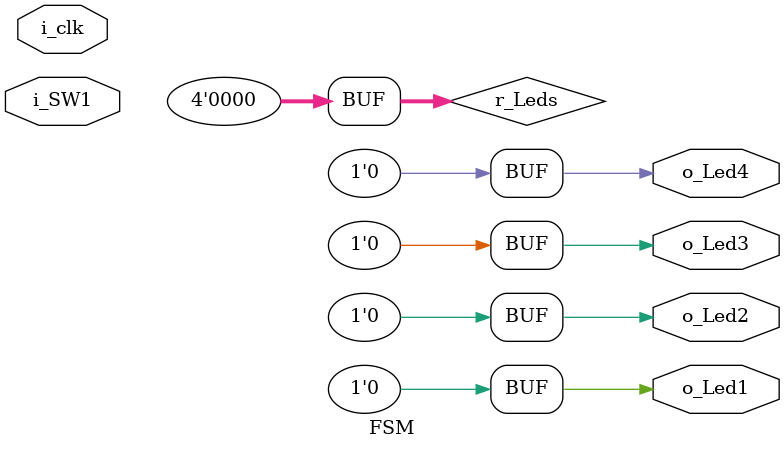
<source format=sv>
module FSM (
    //inputs:
    input i_SW1,
    input i_clk,

    //outputs:
    output o_Led1,
    output o_Led2,
    output o_Led3,
    output o_Led4
);

parameter Led0 = 3'b000, Led1 = 3'b001, Led2 = 3'b010, Led3 = 3'b011, Led4 = 3'b100;

reg[2:0] main_state = 3'b000;
reg[2:0] next_state;

reg r_last_button_input;
reg[3:0] r_Leds = 4'b0000;
wire[3:0] w_led_input;

always @(posedge i_clk) begin
    main_state <= next_state;
end

always_comb begin

    case (main_state)
        Led0:
            begin
                next_state = (i_SW1 & r_last_button_input == 0) ? Led1 : Led0; 
            end
            
        Led1:
            begin
                
            end

        Led2:
            begin
                
            end

        Led3:
            begin
                
            end

        Led4:
            begin
                
            end

        default: 
            begin
                next_state = Led1;
            end
    endcase 
    
end

assign o_Led1 = r_Leds[3];
assign o_Led2 = r_Leds[2];
assign o_Led3 = r_Leds[1];
assign o_Led4 = r_Leds[0];
    
endmodule
</source>
